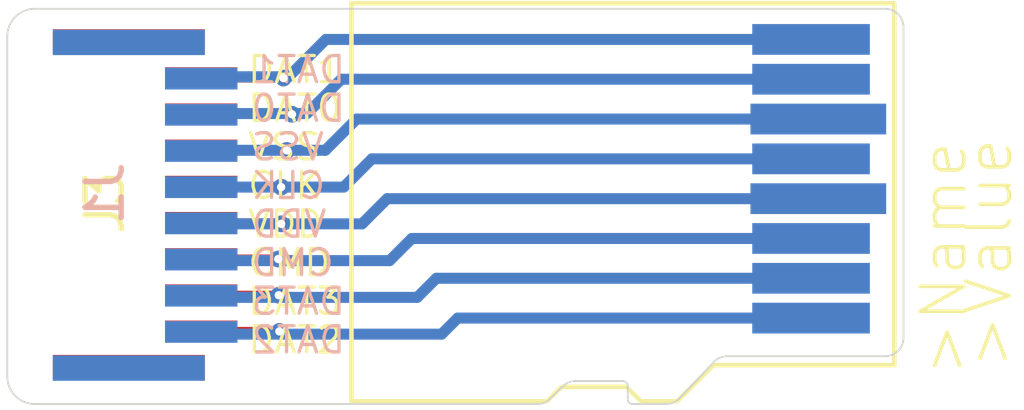
<source format=kicad_pcb>
(kicad_pcb (version 20171130) (host pcbnew "(5.1.6-0-10_14)")

  (general
    (thickness 1.6)
    (drawings 36)
    (tracks 48)
    (zones 0)
    (modules 3)
    (nets 9)
  )

  (page A4)
  (layers
    (0 Top signal)
    (31 Bottom signal)
    (32 B.Adhes user)
    (33 F.Adhes user)
    (34 B.Paste user)
    (35 F.Paste user)
    (36 B.SilkS user)
    (37 F.SilkS user)
    (38 B.Mask user)
    (39 F.Mask user)
    (40 Dwgs.User user)
    (41 Cmts.User user)
    (42 Eco1.User user)
    (43 Eco2.User user)
    (44 Edge.Cuts user)
    (45 Margin user)
    (46 B.CrtYd user)
    (47 F.CrtYd user)
    (48 B.Fab user)
    (49 F.Fab user)
  )

  (setup
    (last_trace_width 0.25)
    (trace_clearance 0.2)
    (zone_clearance 0.508)
    (zone_45_only no)
    (trace_min 0.2)
    (via_size 0.8)
    (via_drill 0.4)
    (via_min_size 0.4)
    (via_min_drill 0.2286)
    (user_via 0.4064 0.2286)
    (user_via 0.8 0.4)
    (uvia_size 0.3)
    (uvia_drill 0.1)
    (uvias_allowed no)
    (uvia_min_size 0.2)
    (uvia_min_drill 0.1)
    (edge_width 0.05)
    (segment_width 0.2)
    (pcb_text_width 0.3)
    (pcb_text_size 1.5 1.5)
    (mod_edge_width 0.12)
    (mod_text_size 1 1)
    (mod_text_width 0.15)
    (pad_size 1.524 1.524)
    (pad_drill 0.762)
    (pad_to_mask_clearance 0.05)
    (aux_axis_origin 0 0)
    (visible_elements FFFFFF7F)
    (pcbplotparams
      (layerselection 0x010fc_ffffffff)
      (usegerberextensions false)
      (usegerberattributes true)
      (usegerberadvancedattributes true)
      (creategerberjobfile true)
      (excludeedgelayer true)
      (linewidth 0.100000)
      (plotframeref false)
      (viasonmask false)
      (mode 1)
      (useauxorigin false)
      (hpglpennumber 1)
      (hpglpenspeed 20)
      (hpglpendiameter 15.000000)
      (psnegative false)
      (psa4output false)
      (plotreference true)
      (plotvalue true)
      (plotinvisibletext false)
      (padsonsilk false)
      (subtractmaskfromsilk false)
      (outputformat 1)
      (mirror false)
      (drillshape 1)
      (scaleselection 1)
      (outputdirectory ""))
  )

  (net 0 "")
  (net 1 /DAT1)
  (net 2 /DAT0)
  (net 3 /CLK)
  (net 4 /CMD)
  (net 5 /DAT2)
  (net 6 /VCC)
  (net 7 /GND)
  (net 8 /CD_DAT3)

  (net_class Default "This is the default net class."
    (clearance 0.2)
    (trace_width 0.25)
    (via_dia 0.8)
    (via_drill 0.4)
    (uvia_dia 0.3)
    (uvia_drill 0.1)
    (add_net /CD_DAT3)
    (add_net /CLK)
    (add_net /CMD)
    (add_net /DAT0)
    (add_net /DAT1)
    (add_net /DAT2)
    (add_net /GND)
    (add_net /VCC)
  )

  (module footprints:HFW8R-1STE1LF (layer Top) (tedit 5DB73C15) (tstamp 5F1C6EA0)
    (at 141.478 108.458 270)
    (path /5F1E1EB7)
    (fp_text reference J3 (at -3.556 2.667 90) (layer F.SilkS)
      (effects (font (size 1 1) (thickness 0.15)))
    )
    (fp_text value Conn_01x10 (at -2.5 -2 90) (layer F.Fab)
      (effects (font (size 1 1) (thickness 0.15)))
    )
    (fp_line (start 1.5 0.5) (end -8.5 0.5) (layer F.Fab) (width 0.12))
    (fp_line (start -8.5 0.5) (end -8.5 5.5) (layer F.Fab) (width 0.12))
    (fp_line (start -8.5 5.5) (end 1.5 5.5) (layer F.Fab) (width 0.12))
    (fp_line (start 1.5 5.5) (end 1.5 0.5) (layer F.Fab) (width 0.12))
    (pad 10 smd rect (at 1 2 270) (size 0.7 4.2) (layers Top F.Paste F.Mask))
    (pad 9 smd rect (at -8 2 270) (size 0.7 4.2) (layers Top F.Paste F.Mask))
    (pad 8 smd rect (at -7 0 270) (size 0.6 2) (layers Top F.Paste F.Mask)
      (net 5 /DAT2))
    (pad 7 smd rect (at -6 0 270) (size 0.6 2) (layers Top F.Paste F.Mask)
      (net 8 /CD_DAT3))
    (pad 6 smd rect (at -5 0 270) (size 0.6 2) (layers Top F.Paste F.Mask)
      (net 4 /CMD))
    (pad 5 smd rect (at -4 0 270) (size 0.6 2) (layers Top F.Paste F.Mask)
      (net 7 /GND))
    (pad 4 smd rect (at -3 0 270) (size 0.6 2) (layers Top F.Paste F.Mask)
      (net 6 /VCC))
    (pad 3 smd rect (at -2 0 270) (size 0.6 2) (layers Top F.Paste F.Mask)
      (net 3 /CLK))
    (pad 2 smd rect (at -1 0 270) (size 0.6 2) (layers Top F.Paste F.Mask)
      (net 2 /DAT0))
    (pad 1 smd rect (at 0 0 270) (size 0.6 2) (layers Top F.Paste F.Mask)
      (net 1 /DAT1))
    (model ${KIPRJMOD}/../3d/HFW8R-1STE1LF.stp
      (offset (xyz 7.5 -0.5 1.91))
      (scale (xyz 1 1 1))
      (rotate (xyz 90 0 0))
    )
  )

  (module footprints:MICRO-SDCARD (layer Top) (tedit 5F1C0DC0) (tstamp 5F1C66C1)
    (at 160.6296 109.5502 90)
    (path /5F1C13DD)
    (fp_text reference J2 (at 5.08 -7.62 90) (layer F.SilkS) hide
      (effects (font (size 1.27 1.27) (thickness 0.15)))
    )
    (fp_text value Conn_01x08 (at 11.43 -7.62) (layer F.SilkS) hide
      (effects (font (size 1.27 1.27) (thickness 0.15)))
    )
    (fp_text user >Name (at 6.4262 0.6604 90) (layer F.SilkS)
      (effects (font (size 1.2065 1.2065) (thickness 0.1016)) (justify right top))
    )
    (fp_text user >Value (at 0 3.3274 90) (layer F.SilkS)
      (effects (font (size 1.2065 1.2065) (thickness 0.1016)) (justify left bottom))
    )
    (fp_line (start -0.84 -15) (end -0.84 -9.6) (layer F.SilkS) (width 0.127))
    (fp_line (start 0.16 0) (end 10.16 0) (layer F.SilkS) (width 0.127))
    (fp_line (start 0.16 -5) (end 0.16 0) (layer F.SilkS) (width 0.127))
    (fp_line (start -0.84 -6) (end 0.16 -5) (layer F.SilkS) (width 0.127))
    (fp_line (start -0.84 -7) (end -0.84 -6) (layer F.SilkS) (width 0.127))
    (fp_line (start -0.44 -7.4) (end -0.84 -7) (layer F.SilkS) (width 0.127))
    (fp_line (start -0.44 -9.2) (end -0.44 -7.4) (layer F.SilkS) (width 0.127))
    (fp_line (start -0.84 -9.6) (end -0.44 -9.2) (layer F.SilkS) (width 0.127))
    (fp_line (start 10.16 -15) (end -0.84 -15) (layer F.SilkS) (width 0.127))
    (fp_line (start 10.16 0) (end 10.16 -15) (layer F.SilkS) (width 0.127))
    (pad 8 smd rect (at 9.16 -2.3 90) (size 0.85 3.250001) (layers Bottom B.Paste B.Mask)
      (net 5 /DAT2) (solder_mask_margin 0.0508))
    (pad 7 smd rect (at 8.06 -2.3 90) (size 0.85 3.250001) (layers Bottom B.Paste B.Mask)
      (net 8 /CD_DAT3) (solder_mask_margin 0.0508))
    (pad 6 smd rect (at 6.96 -2.1 270) (size 0.85 3.75) (layers Bottom B.Paste B.Mask)
      (net 4 /CMD) (solder_mask_margin 0.0508))
    (pad 5 smd rect (at 5.86 -2.3 90) (size 0.85 3.250001) (layers Bottom B.Paste B.Mask)
      (net 7 /GND) (solder_mask_margin 0.0508))
    (pad 4 smd rect (at 4.76 -2.1 90) (size 0.85 3.75) (layers Bottom B.Paste B.Mask)
      (net 6 /VCC) (solder_mask_margin 0.0508))
    (pad 3 smd rect (at 3.66 -2.3 90) (size 0.85 3.250001) (layers Bottom B.Paste B.Mask)
      (net 3 /CLK) (solder_mask_margin 0.0508))
    (pad 2 smd rect (at 2.56 -2.3 90) (size 0.85 3.250001) (layers Bottom B.Paste B.Mask)
      (net 2 /DAT0) (solder_mask_margin 0.0508))
    (pad 1 smd rect (at 1.46 -2.3 90) (size 0.85 3.250001) (layers Bottom B.Paste B.Mask)
      (net 1 /DAT1) (solder_mask_margin 0.0508))
  )

  (module footprints:HFW8R-1STE1LF (layer Bottom) (tedit 5DB73C15) (tstamp 5F1C6597)
    (at 141.478 101.473 90)
    (path /5F1C893D)
    (fp_text reference J1 (at -3.175 -2.667 -90) (layer B.SilkS)
      (effects (font (size 1 1) (thickness 0.15)) (justify mirror))
    )
    (fp_text value Conn_01x10 (at -2.5 2 -90) (layer B.Fab)
      (effects (font (size 1 1) (thickness 0.15)) (justify mirror))
    )
    (fp_line (start 1.5 -0.5) (end -8.5 -0.5) (layer B.Fab) (width 0.12))
    (fp_line (start -8.5 -0.5) (end -8.5 -5.5) (layer B.Fab) (width 0.12))
    (fp_line (start -8.5 -5.5) (end 1.5 -5.5) (layer B.Fab) (width 0.12))
    (fp_line (start 1.5 -5.5) (end 1.5 -0.5) (layer B.Fab) (width 0.12))
    (pad 10 smd rect (at 1 -2 90) (size 0.7 4.2) (layers Bottom B.Paste B.Mask))
    (pad 9 smd rect (at -8 -2 90) (size 0.7 4.2) (layers Bottom B.Paste B.Mask))
    (pad 8 smd rect (at -7 0 90) (size 0.6 2) (layers Bottom B.Paste B.Mask)
      (net 1 /DAT1))
    (pad 7 smd rect (at -6 0 90) (size 0.6 2) (layers Bottom B.Paste B.Mask)
      (net 2 /DAT0))
    (pad 6 smd rect (at -5 0 90) (size 0.6 2) (layers Bottom B.Paste B.Mask)
      (net 3 /CLK))
    (pad 5 smd rect (at -4 0 90) (size 0.6 2) (layers Bottom B.Paste B.Mask)
      (net 6 /VCC))
    (pad 4 smd rect (at -3 0 90) (size 0.6 2) (layers Bottom B.Paste B.Mask)
      (net 7 /GND))
    (pad 3 smd rect (at -2 0 90) (size 0.6 2) (layers Bottom B.Paste B.Mask)
      (net 4 /CMD))
    (pad 2 smd rect (at -1 0 90) (size 0.6 2) (layers Bottom B.Paste B.Mask)
      (net 8 /CD_DAT3))
    (pad 1 smd rect (at 0 0 90) (size 0.6 2) (layers Bottom B.Paste B.Mask)
      (net 5 /DAT2))
    (model ${KIPRJMOD}/../3d/HFW8R-1STE1LF.stp
      (offset (xyz 7.5 -0.5 1.91))
      (scale (xyz 1 1 1))
      (rotate (xyz 90 0 0))
    )
  )

  (gr_text DAT2 (at 142.712803 109.1184) (layer F.SilkS) (tstamp 5F1C702F)
    (effects (font (size 0.7239 0.7239) (thickness 0.09144)) (justify left bottom))
  )
  (gr_text DAT3 (at 142.712803 108.0516) (layer F.SilkS) (tstamp 5F1C702E)
    (effects (font (size 0.7239 0.7239) (thickness 0.09144)) (justify left bottom))
  )
  (gr_text CMD (at 142.712803 106.9848) (layer F.SilkS) (tstamp 5F1C702D)
    (effects (font (size 0.7239 0.7239) (thickness 0.09144)) (justify left bottom))
  )
  (gr_text VDD (at 142.712803 105.918) (layer F.SilkS) (tstamp 5F1C702C)
    (effects (font (size 0.7239 0.7239) (thickness 0.09144)) (justify left bottom))
  )
  (gr_text CLK (at 142.712803 104.8512) (layer F.SilkS) (tstamp 5F1C702B)
    (effects (font (size 0.7239 0.7239) (thickness 0.09144)) (justify left bottom))
  )
  (gr_text VSS (at 142.712803 103.7844) (layer F.SilkS) (tstamp 5F1C702A)
    (effects (font (size 0.7239 0.7239) (thickness 0.09144)) (justify left bottom))
  )
  (gr_text DAT0 (at 142.712803 102.7176) (layer F.SilkS) (tstamp 5F1C7029)
    (effects (font (size 0.7239 0.7239) (thickness 0.09144)) (justify left bottom))
  )
  (gr_text DAT1 (at 142.712803 101.6508) (layer F.SilkS) (tstamp 5F1C7028)
    (effects (font (size 0.7239 0.7239) (thickness 0.09144)) (justify left bottom))
  )
  (gr_line (start 160.3756 99.5426) (end 136.8806 99.5426) (layer Edge.Cuts) (width 0.05) (tstamp 3086130))
  (gr_arc (start 136.8806 100.3046) (end 136.8806 99.5426) (angle -90) (layer Edge.Cuts) (width 0.05) (tstamp 30861C0))
  (gr_line (start 150.767178 110.4646) (end 136.8806 110.4646) (layer Edge.Cuts) (width 0.05) (tstamp 3086250))
  (gr_arc (start 136.8806 109.7026) (end 136.8806 110.4646) (angle 90) (layer Edge.Cuts) (width 0.05) (tstamp 30862E0))
  (gr_line (start 136.1186 109.7026) (end 136.1186 100.3046) (layer Edge.Cuts) (width 0.05) (tstamp 3086370))
  (gr_line (start 160.8836 108.6358) (end 160.8836 100.0506) (layer Edge.Cuts) (width 0.05) (tstamp 3086400))
  (gr_arc (start 160.3756 100.0506) (end 160.8836 100.0506) (angle -90) (layer Edge.Cuts) (width 0.05) (tstamp 3086490))
  (gr_arc (start 160.3756 108.6358) (end 160.8836 108.6358) (angle 90) (layer Edge.Cuts) (width 0.05) (tstamp 3086520))
  (gr_line (start 160.3756 109.1438) (end 156.014021 109.1438) (layer Edge.Cuts) (width 0.05) (tstamp 30865B0))
  (gr_arc (start 156.01402 109.651801) (end 156.014021 109.1438) (angle -45.000249) (layer Edge.Cuts) (width 0.05) (tstamp 3086640))
  (gr_line (start 155.654809 109.292591) (end 154.68239 110.31581) (layer Edge.Cuts) (width 0.05) (tstamp 30866D0))
  (gr_arc (start 154.32318 109.956602) (end 154.68239 110.31581) (angle 45.000352) (layer Edge.Cuts) (width 0.05) (tstamp 3086760))
  (gr_line (start 154.323178 110.4646) (end 153.3906 110.4646) (layer Edge.Cuts) (width 0.05) (tstamp 30867F0))
  (gr_arc (start 153.3906 110.3376) (end 153.3906 110.4646) (angle 90) (layer Edge.Cuts) (width 0.05) (tstamp 3086880))
  (gr_line (start 153.2636 110.3376) (end 153.2636 109.9566) (layer Edge.Cuts) (width 0.05) (tstamp 3086910))
  (gr_arc (start 153.1366 109.9566) (end 153.2636 109.9566) (angle -90) (layer Edge.Cuts) (width 0.05) (tstamp 30869A0))
  (gr_line (start 153.1366 109.8296) (end 151.823021 109.8296) (layer Edge.Cuts) (width 0.05) (tstamp 3086A30))
  (gr_arc (start 151.82302 110.337601) (end 151.823021 109.8296) (angle -45.000249) (layer Edge.Cuts) (width 0.05) (tstamp 3086AC0))
  (gr_line (start 151.463809 109.978391) (end 151.12639 110.31581) (layer Edge.Cuts) (width 0.05) (tstamp 3086B50))
  (gr_arc (start 150.76718 109.956602) (end 151.12639 110.31581) (angle 45.000352) (layer Edge.Cuts) (width 0.05) (tstamp 3086BE0))
  (gr_text DAT1 (at 145.5166 101.6508) (layer B.SilkS) (tstamp 3086F40)
    (effects (font (size 0.7239 0.7239) (thickness 0.09144)) (justify left bottom mirror))
  )
  (gr_text DAT0 (at 145.5166 102.7176) (layer B.SilkS) (tstamp 3087060)
    (effects (font (size 0.7239 0.7239) (thickness 0.09144)) (justify left bottom mirror))
  )
  (gr_text VSS (at 144.930586 103.7844) (layer B.SilkS) (tstamp 3087180)
    (effects (font (size 0.7239 0.7239) (thickness 0.09144)) (justify left bottom mirror))
  )
  (gr_text CLK (at 144.965057 104.8512) (layer B.SilkS) (tstamp 30872A0)
    (effects (font (size 0.7239 0.7239) (thickness 0.09144)) (justify left bottom mirror))
  )
  (gr_text VDD (at 144.999529 105.918) (layer B.SilkS) (tstamp 30873C0)
    (effects (font (size 0.7239 0.7239) (thickness 0.09144)) (justify left bottom mirror))
  )
  (gr_text CMD (at 145.206357 106.9848) (layer B.SilkS) (tstamp 30874E0)
    (effects (font (size 0.7239 0.7239) (thickness 0.09144)) (justify left bottom mirror))
  )
  (gr_text DAT3 (at 145.5166 108.0516) (layer B.SilkS) (tstamp 3087600)
    (effects (font (size 0.7239 0.7239) (thickness 0.09144)) (justify left bottom mirror))
  )
  (gr_text DAT2 (at 145.5166 109.1184) (layer B.SilkS) (tstamp 3087720)
    (effects (font (size 0.7239 0.7239) (thickness 0.09144)) (justify left bottom mirror))
  )

  (segment (start 141.0462 103.4542) (end 144.907 103.4542) (width 0.3048) (layer Bottom) (net 4) (tstamp 3098BD0))
  (segment (start 158.5296 102.5902) (end 145.771 102.5902) (width 0.3048) (layer Bottom) (net 4) (tstamp 3098C60))
  (segment (start 145.771 102.5902) (end 144.907 103.4542) (width 0.3048) (layer Bottom) (net 4) (tstamp 3098CF0))
  (segment (start 158.5296 104.7902) (end 146.619 104.7902) (width 0.3048) (layer Bottom) (net 6) (tstamp 3098EA0))
  (segment (start 141.0462 105.4862) (end 143.6878 105.4862) (width 0.3048) (layer Bottom) (net 6) (tstamp 3098FC0))
  (segment (start 145.923 105.4862) (end 146.619 104.7902) (width 0.3048) (layer Bottom) (net 6) (tstamp 3099050))
  (segment (start 158.3296 100.3902) (end 144.923 100.3902) (width 0.3048) (layer Bottom) (net 5) (tstamp 3099290))
  (segment (start 141.0462 101.4222) (end 143.891 101.4222) (width 0.3048) (layer Bottom) (net 5) (tstamp 3099320))
  (segment (start 143.891 101.4222) (end 144.923 100.3902) (width 0.3048) (layer Bottom) (net 5) (tstamp 30993B0))
  (segment (start 158.3296 101.4902) (end 145.347 101.4902) (width 0.3048) (layer Bottom) (net 8) (tstamp 30995F0))
  (segment (start 141.0462 102.4382) (end 144.399 102.4382) (width 0.3048) (layer Bottom) (net 8) (tstamp 3099680))
  (segment (start 145.347 101.4902) (end 144.399 102.4382) (width 0.3048) (layer Bottom) (net 8) (tstamp 3099710))
  (segment (start 158.3296 105.8902) (end 147.297 105.8902) (width 0.3048) (layer Bottom) (net 3) (tstamp 3099950))
  (segment (start 141.0462 106.5022) (end 146.685 106.5022) (width 0.3048) (layer Bottom) (net 3) (tstamp 30999E0))
  (segment (start 146.685 106.5022) (end 147.297 105.8902) (width 0.3048) (layer Bottom) (net 3) (tstamp 3099A70))
  (segment (start 158.3296 106.9902) (end 147.975 106.9902) (width 0.3048) (layer Bottom) (net 2) (tstamp 3099CB0))
  (segment (start 141.0462 107.5182) (end 147.447 107.5182) (width 0.3048) (layer Bottom) (net 2) (tstamp 3099D40))
  (segment (start 147.447 107.5182) (end 147.975 106.9902) (width 0.3048) (layer Bottom) (net 2) (tstamp 3099DD0))
  (segment (start 158.3296 108.0902) (end 148.5646 108.0902) (width 0.3048) (layer Bottom) (net 1) (tstamp 309A010))
  (segment (start 141.0462 108.5342) (end 148.1206 108.5342) (width 0.3048) (layer Bottom) (net 1) (tstamp 309A0A0))
  (segment (start 148.1206 108.5342) (end 148.5646 108.0902) (width 0.3048) (layer Bottom) (net 1) (tstamp 309A130))
  (segment (start 141.478 108.458) (end 143.637 108.458) (width 0.25) (layer Top) (net 1))
  (segment (start 143.637 108.458) (end 143.637 108.458) (width 0.25) (layer Top) (net 1) (tstamp 5F1C7008))
  (via (at 143.637 108.458) (size 0.4572) (drill 0.2286) (layers Top Bottom) (net 1))
  (segment (start 141.478 107.458) (end 143.621 107.458) (width 0.25) (layer Top) (net 2))
  (segment (start 143.621 107.458) (end 143.621 107.458) (width 0.25) (layer Top) (net 2) (tstamp 5F1C7006))
  (via (at 143.621 107.458) (size 0.4572) (drill 0.2286) (layers Top Bottom) (net 2))
  (segment (start 141.478 106.458) (end 143.605 106.458) (width 0.25) (layer Top) (net 3))
  (segment (start 143.605 106.458) (end 143.605 106.458) (width 0.25) (layer Top) (net 3) (tstamp 5F1C7004))
  (via (at 143.605 106.458) (size 0.4572) (drill 0.2286) (layers Top Bottom) (net 3))
  (segment (start 141.478 103.458) (end 143.844 103.458) (width 0.25) (layer Top) (net 4))
  (segment (start 143.844 103.458) (end 143.844 103.458) (width 0.25) (layer Top) (net 4) (tstamp 5F1C6FF9))
  (via (at 143.844 103.458) (size 0.4572) (drill 0.2286) (layers Top Bottom) (net 4))
  (segment (start 141.478 101.458) (end 143.749 101.458) (width 0.25) (layer Top) (net 5))
  (segment (start 143.749 101.458) (end 143.749 101.458) (width 0.25) (layer Top) (net 5) (tstamp 5F1C6FF5))
  (via (at 143.749 101.458) (size 0.4572) (drill 0.2286) (layers Top Bottom) (net 5))
  (segment (start 141.478 105.458) (end 143.716 105.458) (width 0.25) (layer Top) (net 6))
  (segment (start 143.6878 105.4862) (end 145.923 105.4862) (width 0.3048) (layer Bottom) (net 6) (tstamp 5F1C6FFD))
  (via (at 143.6878 105.4862) (size 0.4572) (drill 0.2286) (layers Top Bottom) (net 6))
  (segment (start 141.0462 104.4702) (end 143.6878 104.4702) (width 0.3048) (layer Bottom) (net 7) (tstamp 309A370))
  (segment (start 145.415 104.4702) (end 146.195 103.6902) (width 0.3048) (layer Bottom) (net 7) (tstamp 309A400))
  (segment (start 158.3296 103.6902) (end 146.195 103.6902) (width 0.3048) (layer Bottom) (net 7) (tstamp 309A490))
  (segment (start 141.478 104.458) (end 143.7 104.458) (width 0.25) (layer Top) (net 7))
  (segment (start 143.6878 104.4702) (end 145.415 104.4702) (width 0.3048) (layer Bottom) (net 7) (tstamp 5F1C6FFB))
  (via (at 143.6878 104.4702) (size 0.4572) (drill 0.2286) (layers Top Bottom) (net 7))
  (segment (start 141.478 102.458) (end 143.987 102.458) (width 0.25) (layer Top) (net 8))
  (segment (start 143.987 102.458) (end 143.987 102.458) (width 0.25) (layer Top) (net 8) (tstamp 5F1C6FF7))
  (via (at 143.987 102.458) (size 0.4572) (drill 0.2286) (layers Top Bottom) (net 8))

)

</source>
